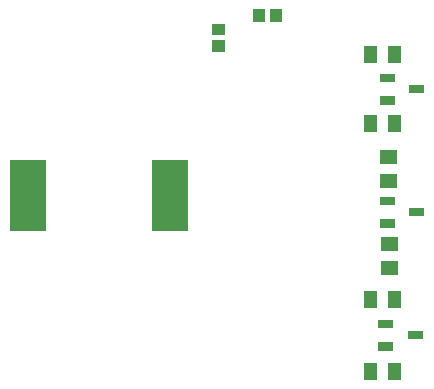
<source format=gbp>
G04 Layer: BottomPasteMaskLayer*
G04 EasyEDA v6.4.5, 2020-09-03T12:26:06--7:00*
G04 e5bad7cf5beb4b60abe831444af73797,95dd31e7bbc04d03a1fa04b442bf807f,10*
G04 Gerber Generator version 0.2*
G04 Scale: 100 percent, Rotated: No, Reflected: No *
G04 Dimensions in millimeters *
G04 leading zeros omitted , absolute positions ,3 integer and 3 decimal *
%FSLAX33Y33*%
%MOMM*%
G90*
G71D02*


%LPD*%
G36*
G01X43602Y33255D02*
G01X43602Y34254D01*
G01X42502Y34254D01*
G01X42502Y33255D01*
G01X43602Y33255D01*
G37*
G36*
G01X43602Y34654D02*
G01X43602Y35654D01*
G01X42502Y35654D01*
G01X42502Y34654D01*
G01X43602Y34654D01*
G37*
G36*
G01X45955Y35772D02*
G01X46954Y35772D01*
G01X46954Y36872D01*
G01X45955Y36872D01*
G01X45955Y35772D01*
G37*
G36*
G01X47354Y35772D02*
G01X48354Y35772D01*
G01X48354Y36872D01*
G01X47354Y36872D01*
G01X47354Y35772D01*
G37*
G36*
G01X58128Y21771D02*
G01X58128Y22932D01*
G01X56679Y22932D01*
G01X56679Y21771D01*
G01X58128Y21771D01*
G37*
G36*
G01X58128Y23803D02*
G01X58128Y24964D01*
G01X56679Y24964D01*
G01X56679Y23803D01*
G01X58128Y23803D01*
G37*
G36*
G01X55299Y32295D02*
G01X56460Y32295D01*
G01X56460Y33744D01*
G01X55299Y33744D01*
G01X55299Y32295D01*
G37*
G36*
G01X57331Y32295D02*
G01X58492Y32295D01*
G01X58492Y33744D01*
G01X57331Y33744D01*
G01X57331Y32295D01*
G37*
G36*
G01X55299Y5498D02*
G01X56460Y5498D01*
G01X56460Y6947D01*
G01X55299Y6947D01*
G01X55299Y5498D01*
G37*
G36*
G01X57331Y5498D02*
G01X58492Y5498D01*
G01X58492Y6947D01*
G01X57331Y6947D01*
G01X57331Y5498D01*
G37*
G36*
G01X40392Y24081D02*
G01X37392Y24081D01*
G01X37392Y18082D01*
G01X40392Y18082D01*
G01X40392Y24081D01*
G37*
G36*
G01X28393Y24081D02*
G01X25393Y24081D01*
G01X25393Y18082D01*
G01X28393Y18082D01*
G01X28393Y24081D01*
G37*
G36*
G01X56806Y17598D02*
G01X56806Y16437D01*
G01X58255Y16437D01*
G01X58255Y17598D01*
G01X56806Y17598D01*
G37*
G36*
G01X56806Y15566D02*
G01X56806Y14405D01*
G01X58255Y14405D01*
G01X58255Y15566D01*
G01X56806Y15566D01*
G37*
G36*
G01X55299Y26453D02*
G01X56460Y26453D01*
G01X56460Y27902D01*
G01X55299Y27902D01*
G01X55299Y26453D01*
G37*
G36*
G01X57331Y26453D02*
G01X58492Y26453D01*
G01X58492Y27902D01*
G01X57331Y27902D01*
G01X57331Y26453D01*
G37*
G36*
G01X58492Y13043D02*
G01X57331Y13043D01*
G01X57331Y11594D01*
G01X58492Y11594D01*
G01X58492Y13043D01*
G37*
G36*
G01X56460Y13043D02*
G01X55299Y13043D01*
G01X55299Y11594D01*
G01X56460Y11594D01*
G01X56460Y13043D01*
G37*
G36*
G01X59171Y20035D02*
G01X59171Y19334D01*
G01X60421Y19334D01*
G01X60421Y20035D01*
G01X59171Y20035D01*
G37*
G36*
G01X56672Y20984D02*
G01X56672Y20284D01*
G01X57922Y20284D01*
G01X57922Y20984D01*
G01X56672Y20984D01*
G37*
G36*
G01X56672Y19085D02*
G01X56672Y18385D01*
G01X57922Y18385D01*
G01X57922Y19085D01*
G01X56672Y19085D01*
G37*
G36*
G01X59044Y9621D02*
G01X59044Y8920D01*
G01X60294Y8920D01*
G01X60294Y9621D01*
G01X59044Y9621D01*
G37*
G36*
G01X56545Y10570D02*
G01X56545Y9870D01*
G01X57795Y9870D01*
G01X57795Y10570D01*
G01X56545Y10570D01*
G37*
G36*
G01X56545Y8671D02*
G01X56545Y7971D01*
G01X57795Y7971D01*
G01X57795Y8671D01*
G01X56545Y8671D01*
G37*
G36*
G01X59171Y30449D02*
G01X59171Y29748D01*
G01X60421Y29748D01*
G01X60421Y30449D01*
G01X59171Y30449D01*
G37*
G36*
G01X56672Y31398D02*
G01X56672Y30698D01*
G01X57922Y30698D01*
G01X57922Y31398D01*
G01X56672Y31398D01*
G37*
G36*
G01X56672Y29499D02*
G01X56672Y28799D01*
G01X57922Y28799D01*
G01X57922Y29499D01*
G01X56672Y29499D01*
G37*
M00*
M02*

</source>
